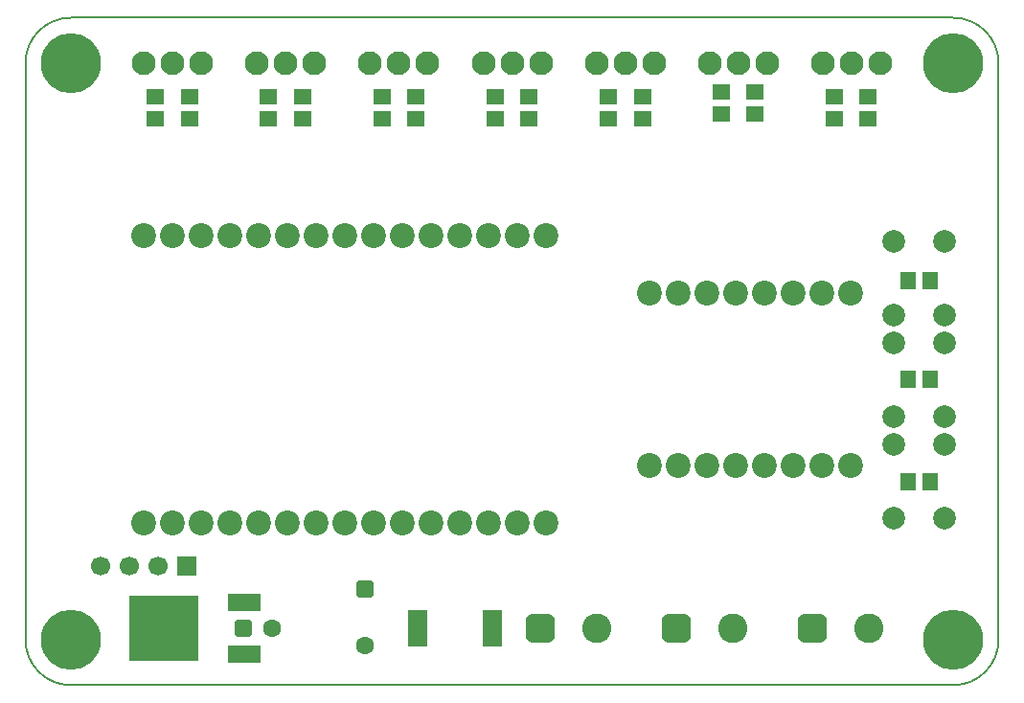
<source format=gbs>
G04*
G04 #@! TF.GenerationSoftware,Altium Limited,Altium Designer,24.4.1 (13)*
G04*
G04 Layer_Color=16711935*
%FSLAX44Y44*%
%MOMM*%
G71*
G04*
G04 #@! TF.SameCoordinates,63E37870-44FF-48FD-8248-C193DD5CA91D*
G04*
G04*
G04 #@! TF.FilePolarity,Negative*
G04*
G01*
G75*
%ADD10C,0.2000*%
%ADD14C,2.1000*%
%ADD15C,1.7000*%
%ADD16R,1.7000X1.7000*%
%ADD17C,1.6000*%
G04:AMPARAMS|DCode=18|XSize=1.6mm|YSize=1.6mm|CornerRadius=0.425mm|HoleSize=0mm|Usage=FLASHONLY|Rotation=180.000|XOffset=0mm|YOffset=0mm|HoleType=Round|Shape=RoundedRectangle|*
%AMROUNDEDRECTD18*
21,1,1.6000,0.7500,0,0,180.0*
21,1,0.7500,1.6000,0,0,180.0*
1,1,0.8500,-0.3750,0.3750*
1,1,0.8500,0.3750,0.3750*
1,1,0.8500,0.3750,-0.3750*
1,1,0.8500,-0.3750,-0.3750*
%
%ADD18ROUNDEDRECTD18*%
G04:AMPARAMS|DCode=19|XSize=1.6mm|YSize=1.6mm|CornerRadius=0.425mm|HoleSize=0mm|Usage=FLASHONLY|Rotation=90.000|XOffset=0mm|YOffset=0mm|HoleType=Round|Shape=RoundedRectangle|*
%AMROUNDEDRECTD19*
21,1,1.6000,0.7500,0,0,90.0*
21,1,0.7500,1.6000,0,0,90.0*
1,1,0.8500,0.3750,0.3750*
1,1,0.8500,0.3750,-0.3750*
1,1,0.8500,-0.3750,-0.3750*
1,1,0.8500,-0.3750,0.3750*
%
%ADD19ROUNDEDRECTD19*%
%ADD20C,2.6000*%
G04:AMPARAMS|DCode=21|XSize=2.6mm|YSize=2.6mm|CornerRadius=0.675mm|HoleSize=0mm|Usage=FLASHONLY|Rotation=0.000|XOffset=0mm|YOffset=0mm|HoleType=Round|Shape=RoundedRectangle|*
%AMROUNDEDRECTD21*
21,1,2.6000,1.2500,0,0,0.0*
21,1,1.2500,2.6000,0,0,0.0*
1,1,1.3500,0.6250,-0.6250*
1,1,1.3500,-0.6250,-0.6250*
1,1,1.3500,-0.6250,0.6250*
1,1,1.3500,0.6250,0.6250*
%
%ADD21ROUNDEDRECTD21*%
%ADD22C,2.0000*%
%ADD23C,2.2000*%
%ADD24C,5.3000*%
%ADD36R,1.7780X3.2000*%
%ADD37R,3.0000X1.6000*%
%ADD38R,6.2000X5.8000*%
%ADD42R,1.4000X1.6000*%
%ADD43R,1.6000X1.4000*%
D10*
X1895856Y1164458D02*
G03*
X1935856Y1124458I40000J0D01*
G01*
Y1714458D02*
G03*
X1895856Y1674458I0J-40000D01*
G01*
X2755856D02*
G03*
X2715856Y1714458I-40000J0D01*
G01*
Y1124458D02*
G03*
X2755856Y1164458I0J40000D01*
G01*
X1935856Y1714458D02*
X2715856Y1714458D01*
X1935856Y1124458D02*
X2715856Y1124458D01*
X1895856Y1674458D02*
X1895856Y1164458D01*
X2755856Y1674458D02*
X2755856Y1164458D01*
D14*
X2000456Y1674458D02*
D03*
X2025856D02*
D03*
X2051256D02*
D03*
X2100456D02*
D03*
X2125856D02*
D03*
X2151256D02*
D03*
X2200456D02*
D03*
X2225856D02*
D03*
X2251256D02*
D03*
X2300456D02*
D03*
X2325856D02*
D03*
X2351256D02*
D03*
X2400456D02*
D03*
X2425856D02*
D03*
X2451256D02*
D03*
X2500456Y1674458D02*
D03*
X2525856D02*
D03*
X2551256D02*
D03*
X2600456Y1674458D02*
D03*
X2625856D02*
D03*
X2651256D02*
D03*
D15*
X2013256Y1229458D02*
D03*
X1987856D02*
D03*
X1962456D02*
D03*
D16*
X2038656D02*
D03*
D17*
X2113356Y1174458D02*
D03*
X2195856Y1159458D02*
D03*
D18*
X2088356Y1174458D02*
D03*
D19*
X2195856Y1209458D02*
D03*
D20*
X2640856Y1174458D02*
D03*
X2520856Y1174458D02*
D03*
X2400856Y1174458D02*
D03*
D21*
X2590856D02*
D03*
X2470856Y1174458D02*
D03*
X2350856Y1174458D02*
D03*
D22*
X2663356Y1271958D02*
D03*
X2708356D02*
D03*
X2663356Y1336958D02*
D03*
X2708356D02*
D03*
X2663356Y1361958D02*
D03*
X2708356D02*
D03*
X2663356Y1426958D02*
D03*
X2708356D02*
D03*
X2663356Y1451958D02*
D03*
X2708356D02*
D03*
X2663356Y1516958D02*
D03*
X2708356D02*
D03*
D23*
X2624756Y1470658D02*
D03*
X2523156D02*
D03*
X2624756Y1318258D02*
D03*
X2599356D02*
D03*
X2573956D02*
D03*
X2548556D02*
D03*
X2523156D02*
D03*
X2497756D02*
D03*
X2472356D02*
D03*
X2446956D02*
D03*
X2599356Y1470658D02*
D03*
X2497756D02*
D03*
X2472356D02*
D03*
X2446956D02*
D03*
X2548556D02*
D03*
X2573956D02*
D03*
X2000556Y1267458D02*
D03*
X2025956D02*
D03*
X2051356D02*
D03*
X2076756D02*
D03*
X2102156D02*
D03*
X2127556D02*
D03*
X2152956D02*
D03*
X2178356D02*
D03*
X2203756D02*
D03*
X2229156D02*
D03*
X2254556D02*
D03*
X2279956D02*
D03*
X2305356D02*
D03*
X2330756D02*
D03*
X2356156D02*
D03*
X2000556Y1521458D02*
D03*
X2025956D02*
D03*
X2076756D02*
D03*
X2152956D02*
D03*
X2178356D02*
D03*
X2203756D02*
D03*
X2229156D02*
D03*
X2254556D02*
D03*
X2279956D02*
D03*
X2305356D02*
D03*
X2330756D02*
D03*
X2356156D02*
D03*
X2127556D02*
D03*
X2102156D02*
D03*
X2051356D02*
D03*
D24*
X2715856Y1164458D02*
D03*
Y1674458D02*
D03*
X1935856Y1164458D02*
D03*
Y1674458D02*
D03*
D36*
X2242836Y1174458D02*
D03*
X2308876D02*
D03*
D37*
X2088856Y1151608D02*
D03*
Y1197308D02*
D03*
D38*
X2017956Y1174458D02*
D03*
D42*
X2676106Y1481958D02*
D03*
X2695606D02*
D03*
X2676106Y1394458D02*
D03*
X2695606D02*
D03*
X2676106Y1304458D02*
D03*
X2695606D02*
D03*
D43*
X2010756Y1624708D02*
D03*
Y1644208D02*
D03*
X2040856Y1644208D02*
D03*
Y1624708D02*
D03*
X2110756Y1624708D02*
D03*
Y1644208D02*
D03*
X2141006Y1644208D02*
D03*
Y1624708D02*
D03*
X2210756Y1624708D02*
D03*
Y1644208D02*
D03*
X2241006Y1644208D02*
D03*
Y1624708D02*
D03*
X2311006Y1624708D02*
D03*
Y1644208D02*
D03*
X2340756Y1644208D02*
D03*
Y1624708D02*
D03*
X2410756Y1624708D02*
D03*
Y1644208D02*
D03*
X2441006Y1644208D02*
D03*
Y1624708D02*
D03*
X2510756Y1629708D02*
D03*
Y1649208D02*
D03*
X2540756Y1649208D02*
D03*
Y1629708D02*
D03*
X2610756Y1624708D02*
D03*
Y1644208D02*
D03*
X2640756Y1644208D02*
D03*
Y1624708D02*
D03*
M02*

</source>
